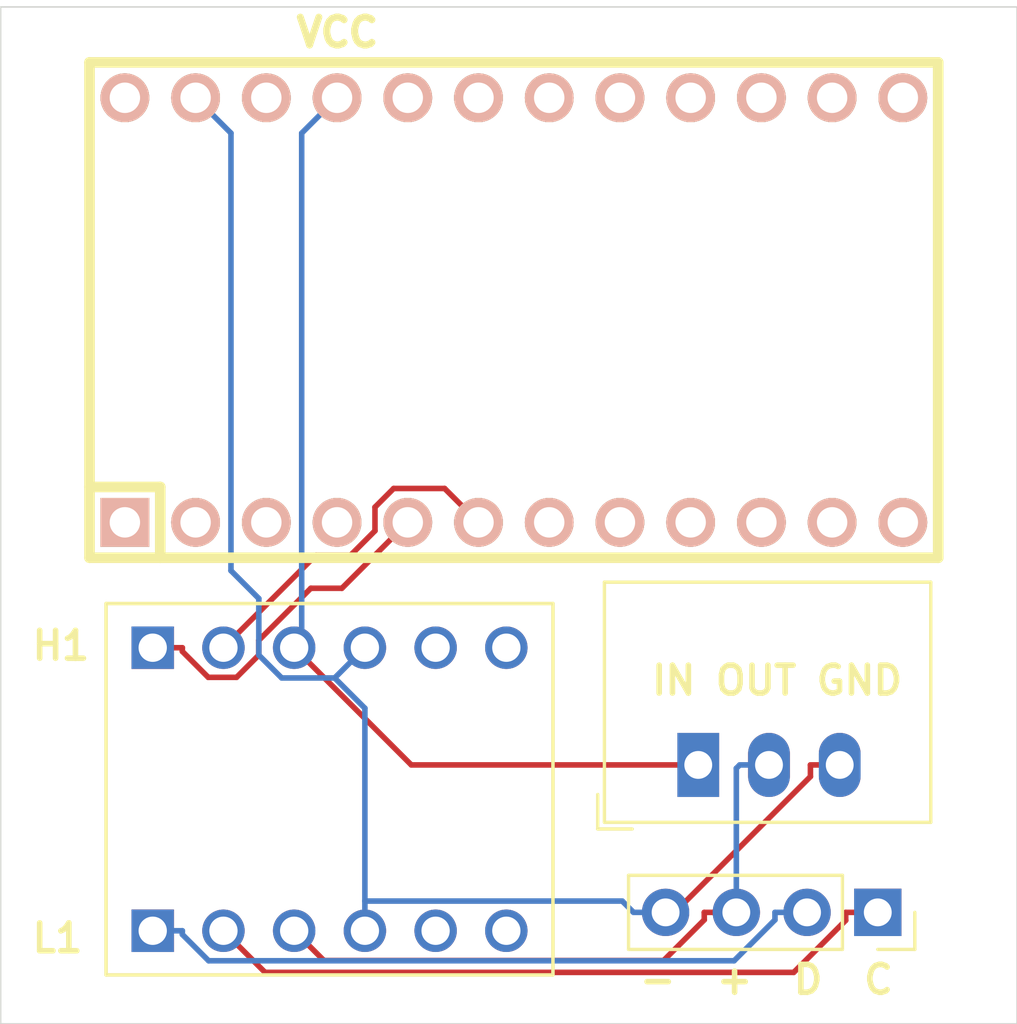
<source format=kicad_pcb>
(kicad_pcb (version 20240108) (generator "pcbnew") (generator_version "8.0")
  (layers (0 "F.Cu" signal) (31 "B.Cu" signal) (34 "B.Paste" user) (35 "F.Paste" user) (36 "B.SilkS" user "B.Silkscreen") (37 "F.SilkS" user "F.Silkscreen") (38 "B.Mask" user) (39 "F.Mask" user) (44 "Edge.Cuts" user))
  (net 0 "")
  (net 16 "Net-(J1-Pin_1)")
  (net 21 "Net-(J1-Pin_3)")
  (net 25 "Net-(J1-Pin_4)")
  (net 26 "Net-(J1-Pin_2)")
  (net 27 "Net-(U2-SDA)")
  (net 28 "Net-(U2-VCC)")
  (net 31 "Net-(U2-SCL)")
  (footprint "Logic Converter:CONV_BOB-12009" (layer "F.Cu") (at 136.53 107.32 90)
    (property "Reference" "U3" (hide yes))
    (property "Value" "BOB-12009" (hide yes))
    (fp_line (start 6.665 -8.025) (end 6.665 8.025) (stroke (width 0.127)) (layer "F.SilkS"))
    (fp_line (start -6.665 -8.025) (end 6.665 -8.025) (stroke (width 0.127)) (layer "F.SilkS"))
    (fp_line (start 6.665 8.025) (end -6.665 8.025) (stroke (width 0.127)) (layer "F.SilkS"))
    (fp_line (start -6.665 8.025) (end -6.665 -8.025) (stroke (width 0.127)) (layer "F.SilkS"))
    (pad "GND_1" thru_hole circle (at 5.08 1.27 90) (size 1.524 1.524) (drill 1.016) (layers "*.Cu" "*.Mask") (net 25 "Net-(J1-Pin_4)"))
    (pad "GND_2" thru_hole circle (at -5.08 1.27 90) (size 1.524 1.524) (drill 1.016) (layers "*.Cu" "*.Mask") (net 25 "Net-(J1-Pin_4)"))
    (pad "HV" thru_hole circle (at 5.08 -1.27 90) (size 1.524 1.524) (drill 1.016) (layers "*.Cu" "*.Mask") (net 28 "Net-(U2-VCC)"))
    (pad "HV1" thru_hole rect (at 5.08 -6.35 90) (size 1.524 1.524) (drill 1.016) (layers "*.Cu" "*.Mask") (net 27 "Net-(U2-SDA)"))
    (pad "HV2" thru_hole circle (at 5.08 -3.81 90) (size 1.524 1.524) (drill 1.016) (layers "*.Cu" "*.Mask") (net 31 "Net-(U2-SCL)"))
    (pad "HV3" thru_hole circle (at 5.08 3.81 90) (size 1.524 1.524) (drill 1.016) (layers "*.Cu" "*.Mask"))
    (pad "HV4" thru_hole circle (at 5.08 6.35 90) (size 1.524 1.524) (drill 1.016) (layers "*.Cu" "*.Mask"))
    (pad "LV" thru_hole circle (at -5.08 -1.27 90) (size 1.524 1.524) (drill 1.016) (layers "*.Cu" "*.Mask") (net 21 "Net-(J1-Pin_3)"))
    (pad "LV1" thru_hole rect (at -5.08 -6.35 90) (size 1.524 1.524) (drill 1.016) (layers "*.Cu" "*.Mask") (net 26 "Net-(J1-Pin_2)"))
    (pad "LV2" thru_hole circle (at -5.08 -3.81 90) (size 1.524 1.524) (drill 1.016) (layers "*.Cu" "*.Mask") (net 16 "Net-(J1-Pin_1)"))
    (pad "LV3" thru_hole circle (at -5.08 3.81 90) (size 1.524 1.524) (drill 1.016) (layers "*.Cu" "*.Mask"))
    (pad "LV4" thru_hole circle (at -5.08 6.35 90) (size 1.524 1.524) (drill 1.016) (layers "*.Cu" "*.Mask"))
  )
  (footprint "Connector_PinSocket_2.54mm:PinSocket_1x04_P2.54mm_Vertical" (layer "F.Cu") (at 156.22 111.74 -90)
    (property "Reference" "J1" (hide yes))
    (property "Value" "Conn_01x04_Socket" (hide yes))
    (fp_line (start -1.33 8.95) (end 1.33 8.95) (stroke (width 0.12)) (layer "F.SilkS"))
    (fp_line (start -1.33 1.27) (end -1.33 8.95) (stroke (width 0.12)) (layer "F.SilkS"))
    (fp_line (start -1.33 1.27) (end 1.33 1.27) (stroke (width 0.12)) (layer "F.SilkS"))
    (fp_line (start 1.33 1.27) (end 1.33 8.95) (stroke (width 0.12)) (layer "F.SilkS"))
    (fp_line (start 0 -1.33) (end 1.33 -1.33) (stroke (width 0.12)) (layer "F.SilkS"))
    (fp_line (start 1.33 -1.33) (end 1.33 0) (stroke (width 0.12)) (layer "F.SilkS"))
    (pad "1" thru_hole rect (at 0 0 270) (size 1.7 1.7) (drill 1) (layers "*.Cu" "*.Mask") (net 16 "Net-(J1-Pin_1)"))
    (pad "2" thru_hole oval (at 0 2.54 270) (size 1.7 1.7) (drill 1) (layers "*.Cu" "*.Mask") (net 26 "Net-(J1-Pin_2)"))
    (pad "3" thru_hole oval (at 0 5.08 270) (size 1.7 1.7) (drill 1) (layers "*.Cu" "*.Mask") (net 21 "Net-(J1-Pin_3)"))
    (pad "4" thru_hole oval (at 0 7.62 270) (size 1.7 1.7) (drill 1) (layers "*.Cu" "*.Mask") (net 25 "Net-(J1-Pin_4)"))
  )
  (footprint "ProMicroFootprint:ARDUINO_PRO_MICRO" (layer "F.Cu") (at 143.15 90.12)
    (property "Reference" "U2" (hide yes))
    (property "Value" "ProMicro" (hide yes))
    (fp_line (start -15.24 -8.89) (end -15.24 8.89) (stroke (width 0.381)) (layer "F.SilkS"))
    (fp_line (start -15.24 6.35) (end -12.7 6.35) (stroke (width 0.381)) (layer "F.SilkS"))
    (fp_line (start -15.24 8.89) (end 15.24 8.89) (stroke (width 0.381)) (layer "F.SilkS"))
    (fp_line (start -12.7 6.35) (end -12.7 8.89) (stroke (width 0.381)) (layer "F.SilkS"))
    (fp_line (start 15.24 -8.89) (end -15.24 -8.89) (stroke (width 0.381)) (layer "F.SilkS"))
    (fp_line (start 15.24 8.89) (end 15.24 -8.89) (stroke (width 0.381)) (layer "F.SilkS"))
    (pad "1" thru_hole rect (at -13.97 7.62) (size 1.7526 1.7526) (drill 1.0922) (layers "*.Cu" "*.SilkS" "*.Mask"))
    (pad "2" thru_hole circle (at -11.43 7.62) (size 1.7526 1.7526) (drill 1.0922) (layers "*.Cu" "*.SilkS" "*.Mask"))
    (pad "3" thru_hole circle (at -8.89 7.62) (size 1.7526 1.7526) (drill 1.0922) (layers "*.Cu" "*.SilkS" "*.Mask"))
    (pad "4" thru_hole circle (at -6.35 7.62) (size 1.7526 1.7526) (drill 1.0922) (layers "*.Cu" "*.SilkS" "*.Mask"))
    (pad "5" thru_hole circle (at -3.81 7.62) (size 1.7526 1.7526) (drill 1.0922) (layers "*.Cu" "*.SilkS" "*.Mask") (net 27 "Net-(U2-SDA)"))
    (pad "6" thru_hole circle (at -1.27 7.62) (size 1.7526 1.7526) (drill 1.0922) (layers "*.Cu" "*.SilkS" "*.Mask") (net 31 "Net-(U2-SCL)"))
    (pad "7" thru_hole circle (at 1.27 7.62) (size 1.7526 1.7526) (drill 1.0922) (layers "*.Cu" "*.SilkS" "*.Mask"))
    (pad "8" thru_hole circle (at 3.81 7.62) (size 1.7526 1.7526) (drill 1.0922) (layers "*.Cu" "*.SilkS" "*.Mask"))
    (pad "9" thru_hole circle (at 6.35 7.62) (size 1.7526 1.7526) (drill 1.0922) (layers "*.Cu" "*.SilkS" "*.Mask"))
    (pad "10" thru_hole circle (at 8.89 7.62) (size 1.7526 1.7526) (drill 1.0922) (layers "*.Cu" "*.SilkS" "*.Mask"))
    (pad "11" thru_hole circle (at 11.43 7.62) (size 1.7526 1.7526) (drill 1.0922) (layers "*.Cu" "*.SilkS" "*.Mask"))
    (pad "12" thru_hole circle (at 13.97 7.62) (size 1.7526 1.7526) (drill 1.0922) (layers "*.Cu" "*.SilkS" "*.Mask"))
    (pad "13" thru_hole circle (at 13.97 -7.62) (size 1.7526 1.7526) (drill 1.0922) (layers "*.Cu" "*.SilkS" "*.Mask"))
    (pad "14" thru_hole circle (at 11.43 -7.62) (size 1.7526 1.7526) (drill 1.0922) (layers "*.Cu" "*.SilkS" "*.Mask"))
    (pad "15" thru_hole circle (at 8.89 -7.62) (size 1.7526 1.7526) (drill 1.0922) (layers "*.Cu" "*.SilkS" "*.Mask"))
    (pad "16" thru_hole circle (at 6.35 -7.62) (size 1.7526 1.7526) (drill 1.0922) (layers "*.Cu" "*.SilkS" "*.Mask"))
    (pad "17" thru_hole circle (at 3.81 -7.62) (size 1.7526 1.7526) (drill 1.0922) (layers "*.Cu" "*.SilkS" "*.Mask"))
    (pad "18" thru_hole circle (at 1.27 -7.62) (size 1.7526 1.7526) (drill 1.0922) (layers "*.Cu" "*.SilkS" "*.Mask"))
    (pad "19" thru_hole circle (at -1.27 -7.62) (size 1.7526 1.7526) (drill 1.0922) (layers "*.Cu" "*.SilkS" "*.Mask"))
    (pad "20" thru_hole circle (at -3.81 -7.62) (size 1.7526 1.7526) (drill 1.0922) (layers "*.Cu" "*.SilkS" "*.Mask"))
    (pad "21" thru_hole circle (at -6.35 -7.62) (size 1.7526 1.7526) (drill 1.0922) (layers "*.Cu" "*.SilkS" "*.Mask") (net 28 "Net-(U2-VCC)"))
    (pad "22" thru_hole circle (at -8.89 -7.62) (size 1.7526 1.7526) (drill 1.0922) (layers "*.Cu" "*.SilkS" "*.Mask"))
    (pad "23" thru_hole circle (at -11.43 -7.62) (size 1.7526 1.7526) (drill 1.0922) (layers "*.Cu" "*.SilkS" "*.Mask") (net 25 "Net-(J1-Pin_4)"))
    (pad "24" thru_hole circle (at -13.97 -7.62) (size 1.7526 1.7526) (drill 1.0922) (layers "*.Cu" "*.SilkS" "*.Mask"))
  )
  (footprint "Converter_DCDC:Converter_DCDC_RECOM_R-78E-0.5_THT" (layer "F.Cu") (at 149.773 106.4475)
    (property "Reference" "U4" (hide yes))
    (property "Value" "~" (hide yes))
    (fp_line (start -3.611 1.06) (end -3.611 2.3) (stroke (width 0.12)) (layer "F.SilkS"))
    (fp_line (start -3.611 2.3) (end -2.371 2.3) (stroke (width 0.12)) (layer "F.SilkS"))
    (fp_line (start -3.371 -6.56) (end -3.371 2.06) (stroke (width 0.12)) (layer "F.SilkS"))
    (fp_line (start -3.371 -6.56) (end 8.35 -6.56) (stroke (width 0.12)) (layer "F.SilkS"))
    (fp_line (start -3.371 2.06) (end 8.35 2.06) (stroke (width 0.12)) (layer "F.SilkS"))
    (fp_line (start 8.35 -6.56) (end 8.35 2.06) (stroke (width 0.12)) (layer "F.SilkS"))
    (pad "1" thru_hole rect (at 0 0) (size 1.5 2.3) (drill 1) (layers "*.Cu" "*.Mask") (net 28 "Net-(U2-VCC)"))
    (pad "2" thru_hole oval (at 2.54 0) (size 1.5 2.3) (drill 1) (layers "*.Cu" "*.Mask") (net 21 "Net-(J1-Pin_3)"))
    (pad "3" thru_hole oval (at 5.08 0) (size 1.5 2.3) (drill 1) (layers "*.Cu" "*.Mask") (net 25 "Net-(J1-Pin_4)"))
  )
  (gr_rect (start 124.72 79.24) (end 161.22 115.74) (stroke (width 0.05)) (fill none) (layer "Edge.Cuts"))
  (gr_text "L1" (at 125.75 113.25 0) (layer "F.SilkS") (effects (font (size 1 1) (thickness 0.2) (bold yes)) (justify left bottom)))
  (gr_text "VCC" (at 135.22 80.74 0) (layer "F.SilkS") (effects (font (size 1 1) (thickness 0.25) (bold yes)) (justify left bottom)))
  (gr_text "IN OUT GND" (at 148 104 0) (layer "F.SilkS") (effects (font (size 1 1) (thickness 0.2) (bold yes)) (justify left bottom)))
  (gr_text "H1" (at 125.75 102.75 0) (layer "F.SilkS") (effects (font (size 1 1) (thickness 0.2) (bold yes)) (justify left bottom)))
  (gr_text "-  +  D  C" (at 152.22 114.74 0) (layer "F.SilkS") (effects (font (size 1 1) (thickness 0.2) (bold yes)) (justify bottom)))
  (segment (start 153.2021 113.8941) (end 155.0683 112.0279) (width 0.2) (layer "F.Cu") (net 16))
  (segment (start 156.22 111.74) (end 155.0683 111.74) (width 0.2) (layer "F.Cu") (net 16))
  (segment (start 134.2141 113.8941) (end 153.2021 113.8941) (width 0.2) (layer "F.Cu") (net 16))
  (segment (start 155.0683 112.0279) (end 155.0683 111.74) (width 0.2) (layer "F.Cu") (net 16))
  (segment (start 132.72 112.4) (end 134.2141 113.8941) (width 0.2) (layer "F.Cu") (net 16))
  (segment (start 151.14 111.74) (end 149.9883 111.74) (width 0.2) (layer "F.Cu") (net 21))
  (segment (start 149.9883 111.74) (end 149.9883 112.0085) (width 0.2) (layer "F.Cu") (net 21))
  (segment (start 148.5285 113.4683) (end 136.3283 113.4683) (width 0.2) (layer "F.Cu") (net 21))
  (segment (start 136.3283 113.4683) (end 135.26 112.4) (width 0.2) (layer "F.Cu") (net 21))
  (segment (start 149.9883 112.0085) (end 148.5285 113.4683) (width 0.2) (layer "F.Cu") (net 21))
  (segment (start 151.14 111.74) (end 151.14 106.5688) (width 0.2) (layer "B.Cu") (net 21))
  (segment (start 152.313 106.4475) (end 151.2613 106.4475) (width 0.2) (layer "B.Cu") (net 21))
  (segment (start 151.14 106.5688) (end 151.2613 106.4475) (width 0.2) (layer "B.Cu") (net 21))
  (segment (start 154.853 106.4475) (end 153.8013 106.4475) (width 0.2) (layer "F.Cu") (net 25))
  (segment (start 148.9267 111.74) (end 153.8013 106.8654) (width 0.2) (layer "F.Cu") (net 25))
  (segment (start 153.8013 106.8654) (end 153.8013 106.4475) (width 0.2) (layer "F.Cu") (net 25))
  (segment (start 148.6 111.74) (end 148.9267 111.74) (width 0.2) (layer "F.Cu") (net 25))
  (segment (start 137.8 112.4) (end 137.8 111.3348) (width 0.2) (layer "B.Cu") (net 25))
  (segment (start 136.7141 103.3259) (end 137.8 102.24) (width 0.2) (layer "B.Cu") (net 25))
  (segment (start 148.6 111.74) (end 147.4483 111.74) (width 0.2) (layer "B.Cu") (net 25))
  (segment (start 137.8 104.4118) (end 136.7141 103.3259) (width 0.2) (layer "B.Cu") (net 25))
  (segment (start 137.8 111.3348) (end 147.0431 111.3348) (width 0.2) (layer "B.Cu") (net 25))
  (segment (start 133.99 102.5041) (end 134.8118 103.3259) (width 0.2) (layer "B.Cu") (net 25))
  (segment (start 132.9899 83.7699) (end 132.9899 99.473) (width 0.2) (layer "B.Cu") (net 25))
  (segment (start 132.9899 99.473) (end 133.99 100.4731) (width 0.2) (layer "B.Cu") (net 25))
  (segment (start 134.8118 103.3259) (end 136.7141 103.3259) (width 0.2) (layer "B.Cu") (net 25))
  (segment (start 133.99 100.4731) (end 133.99 102.5041) (width 0.2) (layer "B.Cu") (net 25))
  (segment (start 137.8 111.3348) (end 137.8 104.4118) (width 0.2) (layer "B.Cu") (net 25))
  (segment (start 147.0431 111.3348) (end 147.4483 111.74) (width 0.2) (layer "B.Cu") (net 25))
  (segment (start 131.72 82.5) (end 132.9899 83.7699) (width 0.2) (layer "B.Cu") (net 25))
  (segment (start 132.1884 113.4777) (end 151.0591 113.4777) (width 0.2) (layer "B.Cu") (net 26))
  (segment (start 151.0591 113.4777) (end 152.5283 112.0085) (width 0.2) (layer "B.Cu") (net 26))
  (segment (start 153.68 111.74) (end 152.5283 111.74) (width 0.2) (layer "B.Cu") (net 26))
  (segment (start 131.2437 112.4) (end 131.2437 112.533) (width 0.2) (layer "B.Cu") (net 26))
  (segment (start 152.5283 112.0085) (end 152.5283 111.74) (width 0.2) (layer "B.Cu") (net 26))
  (segment (start 130.18 112.4) (end 131.2437 112.4) (width 0.2) (layer "B.Cu") (net 26))
  (segment (start 131.2437 112.533) (end 132.1884 113.4777) (width 0.2) (layer "B.Cu") (net 26))
  (segment (start 131.2437 102.3731) (end 131.2437 102.24) (width 0.2) (layer "F.Cu") (net 27))
  (segment (start 135.858 100.1064) (end 133.99 101.9744) (width 0.2) (layer "F.Cu") (net 27))
  (segment (start 133.99 102.504) (end 133.1903 103.3037) (width 0.2) (layer "F.Cu") (net 27))
  (segment (start 132.1743 103.3037) (end 131.2437 102.3731) (width 0.2) (layer "F.Cu") (net 27))
  (segment (start 136.9736 100.1064) (end 135.858 100.1064) (width 0.2) (layer "F.Cu") (net 27))
  (segment (start 139.34 97.74) (end 136.9736 100.1064) (width 0.2) (layer "F.Cu") (net 27))
  (segment (start 130.18 102.24) (end 131.2437 102.24) (width 0.2) (layer "F.Cu") (net 27))
  (segment (start 133.99 101.9744) (end 133.99 102.504) (width 0.2) (layer "F.Cu") (net 27))
  (segment (start 133.1903 103.3037) (end 132.1743 103.3037) (width 0.2) (layer "F.Cu") (net 27))
  (segment (start 135.26 102.24) (end 139.4675 106.4475) (width 0.2) (layer "F.Cu") (net 28))
  (segment (start 139.4675 106.4475) (end 149.773 106.4475) (width 0.2) (layer "F.Cu") (net 28))
  (segment (start 135.5299 83.7701) (end 135.5299 101.9701) (width 0.2) (layer "B.Cu") (net 28))
  (segment (start 136.8 82.5) (end 135.5299 83.7701) (width 0.2) (layer "B.Cu") (net 28))
  (segment (start 135.5299 101.9701) (end 135.26 102.24) (width 0.2) (layer "B.Cu") (net 28))
  (segment (start 132.72 102.24) (end 136.042 98.918) (width 0.2) (layer "F.Cu") (net 31))
  (segment (start 136.042 98.918) (end 137.288 98.918) (width 0.2) (layer "F.Cu") (net 31))
  (segment (start 138.162 97.1951) (end 138.8327 96.5244) (width 0.2) (layer "F.Cu") (net 31))
  (segment (start 137.288 98.918) (end 138.162 98.044) (width 0.2) (layer "F.Cu") (net 31))
  (segment (start 140.6644 96.5244) (end 141.88 97.74) (width 0.2) (layer "F.Cu") (net 31))
  (segment (start 138.162 98.044) (end 138.162 97.1951) (width 0.2) (layer "F.Cu") (net 31))
  (segment (start 138.8327 96.5244) (end 140.6644 96.5244) (width 0.2) (layer "F.Cu") (net 31))
)
</source>
